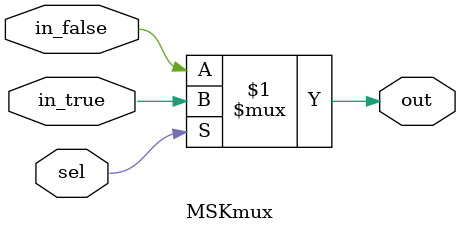
<source format=v>
(* fv_prop = "_mux", fv_strat = "assumed", fv_order = d *)
module MSKmux #(parameter d=1, parameter count=1) (sel, in_true, in_false, out);

(* fv_type = "control" *) input sel;
(* fv_type = "sharing", fv_latency = 0, fv_count=count *) input  [count*d-1:0] in_true;
(* fv_type = "sharing", fv_latency = 0, fv_count=count *) input  [count*d-1:0] in_false;
(* fv_type = "sharing", fv_latency = 0, fv_count=count *) output [count*d-1:0] out;

assign out = sel ? in_true : in_false;

endmodule

</source>
